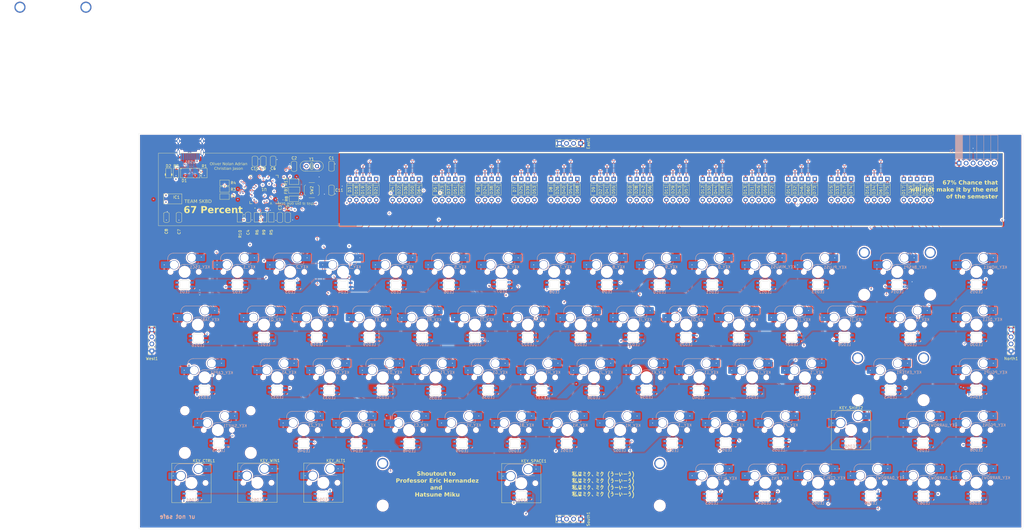
<source format=kicad_pcb>
(kicad_pcb
	(version 20241229)
	(generator "pcbnew")
	(generator_version "9.0")
	(general
		(thickness 1.6)
		(legacy_teardrops no)
	)
	(paper "A3")
	(layers
		(0 "F.Cu" signal)
		(4 "In1.Cu" signal)
		(6 "In2.Cu" signal)
		(2 "B.Cu" signal)
		(9 "F.Adhes" user "F.Adhesive")
		(11 "B.Adhes" user "B.Adhesive")
		(13 "F.Paste" user)
		(15 "B.Paste" user)
		(5 "F.SilkS" user "F.Silkscreen")
		(7 "B.SilkS" user "B.Silkscreen")
		(1 "F.Mask" user)
		(3 "B.Mask" user)
		(17 "Dwgs.User" user "User.Drawings")
		(19 "Cmts.User" user "User.Comments")
		(21 "Eco1.User" user "User.Eco1")
		(23 "Eco2.User" user "User.Eco2")
		(25 "Edge.Cuts" user)
		(27 "Margin" user)
		(31 "F.CrtYd" user "F.Courtyard")
		(29 "B.CrtYd" user "B.Courtyard")
		(35 "F.Fab" user)
		(33 "B.Fab" user)
		(39 "User.1" user)
		(41 "User.2" user)
		(43 "User.3" user)
		(45 "User.4" user)
		(47 "User.5" user)
		(49 "User.6" user)
		(51 "User.7" user)
		(53 "User.8" user)
		(55 "User.9" user)
	)
	(setup
		(stackup
			(layer "F.SilkS"
				(type "Top Silk Screen")
			)
			(layer "F.Paste"
				(type "Top Solder Paste")
			)
			(layer "F.Mask"
				(type "Top Solder Mask")
				(thickness 0.01)
			)
			(layer "F.Cu"
				(type "copper")
				(thickness 0.035)
			)
			(layer "dielectric 1"
				(type "prepreg")
				(thickness 0.1)
				(material "FR4")
				(epsilon_r 4.5)
				(loss_tangent 0.02)
			)
			(layer "In1.Cu"
				(type "copper")
				(thickness 0.035)
			)
			(layer "dielectric 2"
				(type "core")
				(thickness 1.24)
				(material "FR4")
				(epsilon_r 4.5)
				(loss_tangent 0.02)
			)
			(layer "In2.Cu"
				(type "copper")
				(thickness 0.035)
			)
			(layer "dielectric 3"
				(type "prepreg")
				(thickness 0.1)
				(material "FR4")
				(epsilon_r 4.5)
				(loss_tangent 0.02)
			)
			(layer "B.Cu"
				(type "copper")
				(thickness 0.035)
			)
			(layer "B.Mask"
				(type "Bottom Solder Mask")
				(thickness 0.01)
			)
			(layer "B.Paste"
				(type "Bottom Solder Paste")
			)
			(layer "B.SilkS"
				(type "Bottom Silk Screen")
			)
			(copper_finish "HAL lead-free")
			(dielectric_constraints no)
		)
		(pad_to_mask_clearance 0)
		(allow_soldermask_bridges_in_footprints no)
		(tenting front back)
		(grid_origin 44.85125 47.625)
		(pcbplotparams
			(layerselection 0x00000000_00000000_55555555_5755f5ff)
			(plot_on_all_layers_selection 0x00000000_00000000_00000000_00000000)
			(disableapertmacros no)
			(usegerberextensions no)
			(usegerberattributes yes)
			(usegerberadvancedattributes yes)
			(creategerberjobfile yes)
			(dashed_line_dash_ratio 12.000000)
			(dashed_line_gap_ratio 3.000000)
			(svgprecision 4)
			(plotframeref no)
			(mode 1)
			(useauxorigin no)
			(hpglpennumber 1)
			(hpglpenspeed 20)
			(hpglpendiameter 15.000000)
			(pdf_front_fp_property_popups yes)
			(pdf_back_fp_property_popups yes)
			(pdf_metadata yes)
			(pdf_single_document no)
			(dxfpolygonmode yes)
			(dxfimperialunits yes)
			(dxfusepcbnewfont yes)
			(psnegative no)
			(psa4output no)
			(plot_black_and_white yes)
			(sketchpadsonfab no)
			(plotpadnumbers no)
			(hidednponfab no)
			(sketchdnponfab yes)
			(crossoutdnponfab yes)
			(subtractmaskfromsilk no)
			(outputformat 1)
			(mirror no)
			(drillshape 1)
			(scaleselection 1)
			(outputdirectory "")
		)
	)
	(net 0 "")
	(net 1 "GND")
	(net 2 "+3.3V")
	(net 3 "+5V")
	(net 4 "Net-(D3-A)")
	(net 5 "Net-(D4-A)")
	(net 6 "Net-(D5-A)")
	(net 7 "Net-(D6-A)")
	(net 8 "Net-(D7-A)")
	(net 9 "Net-(D8-A)")
	(net 10 "Net-(D9-A)")
	(net 11 "Net-(D10-A)")
	(net 12 "Net-(D11-A)")
	(net 13 "Net-(D12-A)")
	(net 14 "Net-(D13-A)")
	(net 15 "Net-(D14-A)")
	(net 16 "Net-(D15-A)")
	(net 17 "Net-(D16-A)")
	(net 18 "Net-(D17-A)")
	(net 19 "Net-(D18-A)")
	(net 20 "Net-(D19-A)")
	(net 21 "Net-(D20-A)")
	(net 22 "Net-(D21-A)")
	(net 23 "Net-(D22-A)")
	(net 24 "Net-(D23-A)")
	(net 25 "Net-(D29-A)")
	(net 26 "Net-(D30-A)")
	(net 27 "Net-(D31-A)")
	(net 28 "Net-(D32-A)")
	(net 29 "Net-(D33-A)")
	(net 30 "Net-(D24-A)")
	(net 31 "Net-(D25-A)")
	(net 32 "Net-(D26-A)")
	(net 33 "Net-(D27-A)")
	(net 34 "Net-(D28-A)")
	(net 35 "Net-(D34-A)")
	(net 36 "/COL2")
	(net 37 "/COL3")
	(net 38 "/COL4")
	(net 39 "/COL5")
	(net 40 "/COL1")
	(net 41 "Net-(LED1-DOUT)")
	(net 42 "/RGB_DATAIN")
	(net 43 "Net-(U1-OSCIN)")
	(net 44 "Net-(U1-OSCOUT)")
	(net 45 "Net-(U1-VCAP)")
	(net 46 "/NRST")
	(net 47 "/D+")
	(net 48 "/D-")
	(net 49 "/ROW1")
	(net 50 "/ROW2")
	(net 51 "/ROW3")
	(net 52 "/ROW4")
	(net 53 "/ROW5")
	(net 54 "Net-(D35-A)")
	(net 55 "/UART_TX_EAST")
	(net 56 "/UART_RX_EAST")
	(net 57 "Net-(U1-VDDA)")
	(net 58 "Net-(D36-A)")
	(net 59 "Net-(D37-A)")
	(net 60 "Net-(D38-A)")
	(net 61 "Net-(D39-A)")
	(net 62 "Net-(D40-A)")
	(net 63 "Net-(D41-A)")
	(net 64 "Net-(D42-A)")
	(net 65 "Net-(D43-A)")
	(net 66 "Net-(D44-A)")
	(net 67 "Net-(D45-A)")
	(net 68 "Net-(D46-A)")
	(net 69 "Net-(D47-A)")
	(net 70 "Net-(D48-A)")
	(net 71 "Net-(D50-A)")
	(net 72 "Net-(D51-A)")
	(net 73 "Net-(D52-A)")
	(net 74 "Net-(D53-A)")
	(net 75 "Net-(D54-A)")
	(net 76 "Net-(D55-A)")
	(net 77 "Net-(D56-A)")
	(net 78 "Net-(D57-A)")
	(net 79 "Net-(D58-A)")
	(net 80 "/UART_TX_NORTH")
	(net 81 "/UART_RX_NORTH")
	(net 82 "Net-(USB1-CC2)")
	(net 83 "Net-(USB1-CC1)")
	(net 84 "Net-(U1-PA11)")
	(net 85 "Net-(U1-PA12)")
	(net 86 "Net-(U1-BOOT)")
	(net 87 "/JTCLK")
	(net 88 "Net-(J1-Pin_2)")
	(net 89 "/JTMS")
	(net 90 "Net-(J1-Pin_4)")
	(net 91 "Net-(J1-Pin_5)")
	(net 92 "Net-(J1-Pin_6)")
	(net 93 "/SWO")
	(net 94 "/UART_TX_SOUTH")
	(net 95 "/UART_RX_SOUTH")
	(net 96 "unconnected-(U1-PB12-Pad33)")
	(net 97 "AGND")
	(net 98 "Net-(D59-A)")
	(net 99 "/UART_TX_WEST")
	(net 100 "unconnected-(U1-PC14-Pad3)")
	(net 101 "unconnected-(U1-PC15-Pad4)")
	(net 102 "Net-(D60-A)")
	(net 103 "Net-(D61-A)")
	(net 104 "Net-(D62-A)")
	(net 105 "unconnected-(U1-PC1-Pad9)")
	(net 106 "unconnected-(U1-PC3-Pad11)")
	(net 107 "Net-(D64-A)")
	(net 108 "unconnected-(U1-PC2-Pad10)")
	(net 109 "Net-(D65-A)")
	(net 110 "Net-(D68-A)")
	(net 111 "/UART_RX_WEST")
	(net 112 "Net-(D71-A)")
	(net 113 "Net-(D72-A)")
	(net 114 "Net-(D73-A)")
	(net 115 "unconnected-(U1-PC0-Pad8)")
	(net 116 "unconnected-(U1-PC13-Pad2)")
	(net 117 "Net-(D2-A)")
	(net 118 "unconnected-(USB1-SBU2-Pad3)")
	(net 119 "unconnected-(USB1-SBU1-Pad9)")
	(net 120 "unconnected-(U1-PB8-Pad61)")
	(net 121 "unconnected-(U1-PB9-Pad62)")
	(net 122 "Net-(D74-A)")
	(net 123 "Net-(D75-A)")
	(net 124 "Net-(D76-A)")
	(net 125 "/COL12")
	(net 126 "/COL9")
	(net 127 "/COL10")
	(net 128 "/COL11")
	(net 129 "/COL6")
	(net 130 "/COL7")
	(net 131 "/COL8")
	(net 132 "/COL14")
	(net 133 "/COL13")
	(net 134 "/COL15")
	(net 135 "unconnected-(U1-PC4-Pad24)")
	(net 136 "Net-(LED2-DOUT)")
	(net 137 "Net-(LED3-DOUT)")
	(net 138 "Net-(LED4-DOUT)")
	(net 139 "Net-(LED5-DOUT)")
	(net 140 "Net-(LED6-DOUT)")
	(net 141 "Net-(LED7-DOUT)")
	(net 142 "Net-(LED8-DOUT)")
	(net 143 "Net-(LED10-DIN)")
	(net 144 "Net-(LED10-DOUT)")
	(net 145 "Net-(LED11-DOUT)")
	(net 146 "Net-(LED12-DOUT)")
	(net 147 "Net-(LED13-DOUT)")
	(net 148 "Net-(LED14-DOUT)")
	(net 149 "Net-(LED15-DOUT)")
	(net 150 "Net-(LED16-DOUT)")
	(net 151 "Net-(LED17-DOUT)")
	(net 152 "Net-(LED18-DOUT)")
	(net 153 "Net-(LED19-DOUT)")
	(net 154 "Net-(LED20-DOUT)")
	(net 155 "Net-(LED21-DOUT)")
	(net 156 "Net-(LED22-DOUT)")
	(net 157 "Net-(LED23-DOUT)")
	(net 158 "Net-(LED24-DOUT)")
	(net 159 "Net-(LED25-DOUT)")
	(net 160 "Net-(LED26-DOUT)")
	(net 161 "Net-(LED27-DOUT)")
	(net 162 "Net-(LED28-DOUT)")
	(net 163 "Net-(LED29-DOUT)")
	(net 164 "Net-(LED30-DOUT)")
	(net 165 "Net-(LED31-DOUT)")
	(net 166 "Net-(LED32-DOUT)")
	(net 167 "Net-(LED33-DOUT)")
	(net 168 "Net-(LED34-DOUT)")
	(net 169 "Net-(LED35-DOUT)")
	(net 170 "Net-(LED36-DOUT)")
	(net 171 "Net-(LED37-DOUT)")
	(net 172 "Net-(LED38-DOUT)")
	(net 173 "Net-(LED39-DOUT)")
	(net 174 "Net-(LED40-DOUT)")
	(net 175 "Net-(LED41-DOUT)")
	(net 176 "Net-(LED42-DOUT)")
	(net 177 "Net-(LED43-DOUT)")
	(net 178 "Net-(LED44-DOUT)")
	(net 179 "Net-(LED45-DOUT)")
	(net 180 "Net-(LED46-DOUT)")
	(net 181 "Net-(LED47-DOUT)")
	(net 182 "Net-(LED48-DOUT)")
	(net 183 "Net-(LED49-DOUT)")
	(net 184 "Net-(LED50-DOUT)")
	(net 185 "Net-(LED51-DOUT)")
	(net 186 "Net-(LED52-DOUT)")
	(net 187 "Net-(LED53-DOUT)")
	(net 188 "Net-(LED54-DOUT)")
	(net 189 "Net-(LED55-DOUT)")
	(net 190 "Net-(LED56-DOUT)")
	(net 191 "Net-(LED57-DOUT)")
	(net 192 "Net-(LED58-DOUT)")
	(net 193 "Net-(LED59-DOUT)")
	(net 194 "Net-(LED60-DOUT)")
	(net 195 "Net-(LED61-DOUT)")
	(net 196 "Net-(LED62-DOUT)")
	(net 197 "Net-(LED63-DOUT)")
	(net 198 "Net-(LED64-DOUT)")
	(net 199 "Net-(LED65-DOUT)")
	(net 200 "Net-(LED66-DOUT)")
	(net 201 "Net-(LED67-DOUT)")
	(net 202 "unconnected-(LED68-DOUT-Pad2)")
	(net 203 "unconnected-(U1-PA6-Pad22)")
	(net 204 "unconnected-(U1-PA4-Pad20)")
	(net 205 "unconnected-(U1-PA7-Pad23)")
	(footprint "PCM_Resistor_SMD_AKL:R_0805_2012Metric" (layer "F.Cu") (at 87.6083 77.925 90))
	(footprint "PCM_4ms_Diode:D_DO-35_P7.62mm_Horizontal" (layer "F.Cu") (at 141.2919 67.8656 -90))
	(footprint "PCM_Capacitor_SMD_AKL:C_0805_2012Metric" (layer "F.Cu") (at 54.8513 77.95 90))
	(footprint "PCM_4ms_Diode:D_DO-35_P7.62mm_Horizontal" (layer "F.Cu") (at 216.3013 67.8656 -90))
	(footprint "PCM_4ms_Diode:D_DO-35_P7.62mm_Horizontal" (layer "F.Cu") (at 257.9731 67.8656 -90))
	(footprint "PCM_4ms_Diode:D_DO-35_P7.62mm_Horizontal" (layer "F.Cu") (at 172.2481 67.8656 -90))
	(footprint "PCM_4ms_Diode:D_DO-35_P7.62mm_Horizontal" (layer "F.Cu") (at 138.9106 67.8656 -90))
	(footprint "PCM_marbastlib-mx:STAB_MX_P_2u" (layer "F.Cu") (at 318.695 97.6312))
	(footprint "PCM_4ms_Diode:D_DO-35_P7.62mm_Horizontal" (layer "F.Cu") (at 237.7325 67.8656 -90))
	(footprint "PCM_Resistor_SMD_AKL:R_0805_2012Metric" (layer "F.Cu") (at 100.9513 65.025))
	(footprint "PCM_4ms_Diode:D_DO-35_P7.62mm_Horizontal" (layer "F.Cu") (at 123.4325 67.8656 -90))
	(footprint "PCM_4ms_Diode:D_DO-35_P7.62mm_Horizontal" (layer "F.Cu") (at 121.0513 67.8656 -90))
	(footprint "PCM_Switch_Keyboard_Hotswap_Kailh:SW_Hotswap_Kailh_MX_Plated_1.25u" (layer "F.Cu") (at 63.9013 173.8939))
	(footprint "PCM_4ms_Diode:D_DO-35_P7.62mm_Horizontal" (layer "F.Cu") (at 154.3888 67.8656 -90))
	(footprint "PCM_Switch_Keyboard_Hotswap_Kailh:SW_Hotswap_Kailh_MX_Plated_1.25u" (layer "F.Cu") (at 182.9638 173.99))
	(footprint "PCM_4ms_Diode:D_DO-35_P7.62mm_Horizontal" (layer "F.Cu") (at 271.07 67.8656 -90))
	(footprint "PCM_4ms_Diode:D_DO-35_P7.62mm_Horizontal" (layer "F.Cu") (at 161.5325 67.8656 -90))
	(footprint "Connector_PinSocket_2.54mm:PinSocket_1x04_P2.54mm_Vertical" (layer "F.Cu") (at 359.7718 126.2063 180))
	(footprint "PCM_Resistor_SMD_AKL:R_0805_2012Metric" (layer "F.Cu") (at 92.7083 77.925 90))
	(footprint "PCM_Resistor_SMD_AKL:R_0805_2012Metric" (layer "F.Cu") (at 81.4763 77.925 90))
	(footprint "Connector_PinSocket_2.54mm:PinSocket_1x04_P2.54mm_Vertical" (layer "F.Cu") (at 49.6138 126.2063 180))
	(footprint "PCM_4ms_Diode:D_DO-35_P7.62mm_Horizontal" (layer "F.Cu") (at 198.4419 67.8656 -90))
	(footprint "PCM_4ms_Diode:D_DO-35_P7.62mm_Horizontal" (layer "F.Cu") (at 196.0606 67.8656 -90))
	(footprint "PCM_4ms_Diode:D_DO-35_P7.62mm_Horizontal" (layer "F.Cu") (at 328.22 67.8656 -90))
	(footprint "PCM_4ms_Diode:D_DO-35_P7.62mm_Horizontal" (layer "F.Cu") (at 321.0763 67.8656 -90))
	(footprint "PCM_4ms_Diode:D_DO-35_P7.62mm_Horizontal" (layer "F.Cu") (at 279.4044 67.8656 -90))
	(footprint "PCM_4ms_Diode:D_DO-35_P7.62mm_Horizontal" (layer "F.Cu") (at 227.0169 67.8656 -90))
	(footprint "PCM_4ms_Diode:D_DO-35_P7.62mm_Horizontal" (layer "F.Cu") (at 297.2638 67.8656 -90))
	(footprint "PCM_4ms_Diode:D_DO-35_P7.62mm_Horizontal" (layer "F.Cu") (at 323.4575 67.8656 -90))
	(footprint "PCM_4ms_Diode:D_DO-35_P7.62mm_Horizontal" (layer "F.Cu") (at 273.4513 67.8656 -90))
	(footprint "PCM_4ms_Diode:D_DO-35_P7.62mm_Horizontal" (layer "F.Cu") (at 248.4481 67.8656 -90))
	(footprint "PCM_4ms_Diode:D_DO-35_P7.62mm_Horizontal" (layer "F.Cu") (at 253.2106 67.8656 -90))
	(footprint "PCM_marbastlib-mx:STAB_MX_2.25u" (layer "F.Cu") (at 73.4263 154.7812))
	(footprint "PCM_4ms_Diode:D_DO-35_P7.62mm_Horizontal" (layer "F.Cu") (at 136.5294 67.8656 -90))
	(footprint "PCM_marbastlib-mx:STAB_MX_P_6.25u" (layer "F.Cu") (at 182.9638 173.8312))
	(footprint "PCM_Resistor_SMD_AKL:R_0805_2012Metric"
		(layer "F.Cu")
		(uuid "45702056-2079-4cd0-8c9e-0175dc08c50b")
		(at 75.8763 67.8656 180)
		(descr "Resistor SMD 0805 (2012 Metric), square (rectangular) end terminal, IPC_7351 nominal, (Body size source: IPC-SM-782 page 72, https://www.pcb-3d.com/wordpress/wp-content/uploads/ipc-sm-782a_amendment_1_and_2.pdf), Alternate KiCad Library")
		(tags "resistor")
		(property "Reference" "R3"
			(at -3.12495 0 0)
			(layer "F.SilkS")
			(uuid "b39a19be-20af-482d-99d0-776415c908eb")
			(effects
				(font
					(size 1 1)
					(thickness 0.15)
				)
			)
		)
		(property "Value" "22"
			(at 0 1.65 0)
			(layer "F.Fab")
			(hide yes)
			(uuid "b6988a23-f89c-4814-8f82-91e4dfa61c61")
			(effects
				(font
					(size 1 1)
					(thickness 0.15)
				)
			)
		)
		(property "Datasheet" "~"
			(at 0 0 0)
			(layer "F.Fab")
			(hide yes)
			(uuid "66925bce-6524-40e9-8876-90597aa20c75")
			(effects
				(font
					(size 1.27 1.27)
					(thickness 0.15)
				)
			)
		)
		(property "Description" "SMD 0805 Chip Resistor, European Symbol, Alternate KiCad Library"
			(at 0 0 0)
			(layer "F.Fab")
			(hide yes)
			(uuid "63413056-7461-4741-af05-0c1b44c49ce5")
			(effects
				(font
					(size 1.27 1.27)
					(thickness 0.15)
				)
			)
		)
		(property ki_fp_filters "R_*")
		(path "/9a64bac4-da04-48a9-9702-7209f655d06c")
		(sheetname "/")
		(sheetfile "68percent.kicad_sch")
		(attr smd)
		(fp_line
			(start 1.7 1)
			(end 1.7 -1)
			(stroke
				(width 0.12)
				(type solid)
			)
			(layer "F.SilkS")
			(uuid "c11c4e4c-1f8c-4379-a18a-7c0e72ac4314")
		)
		(fp_line
			(start 1.7 -1)
			(end -1.7 -1)
			(stroke
				(width 0.12)
				(type solid)
			)
			(layer "F.SilkS")
			(uuid "6dcb7353-815a-4417-8217-9d8b682c82a0")
		)
		(fp_line
			(start -1.7 1)
			(end 1.7 1)
			(stroke
				(width 0.12)
				(type solid)
			)
			(layer "F.SilkS")
			(uuid "9cf61ecd-cabe-4959-adac-c45668608674")
		)
		(fp_line
			(start -1.7 -1)
			(end -1.7 1)
			(stroke
				(width 0.12)
				(type solid)
			)
			(layer "F.SilkS")
			(uuid "ce5bef54-8832-45d9-af0d-a3e8806436f2")
		)
		(fp_line
			(start 1.68 0.95)
			(end -1.68 0.95)
			(stroke
				(width 0
... [5998823 chars truncated]
</source>
